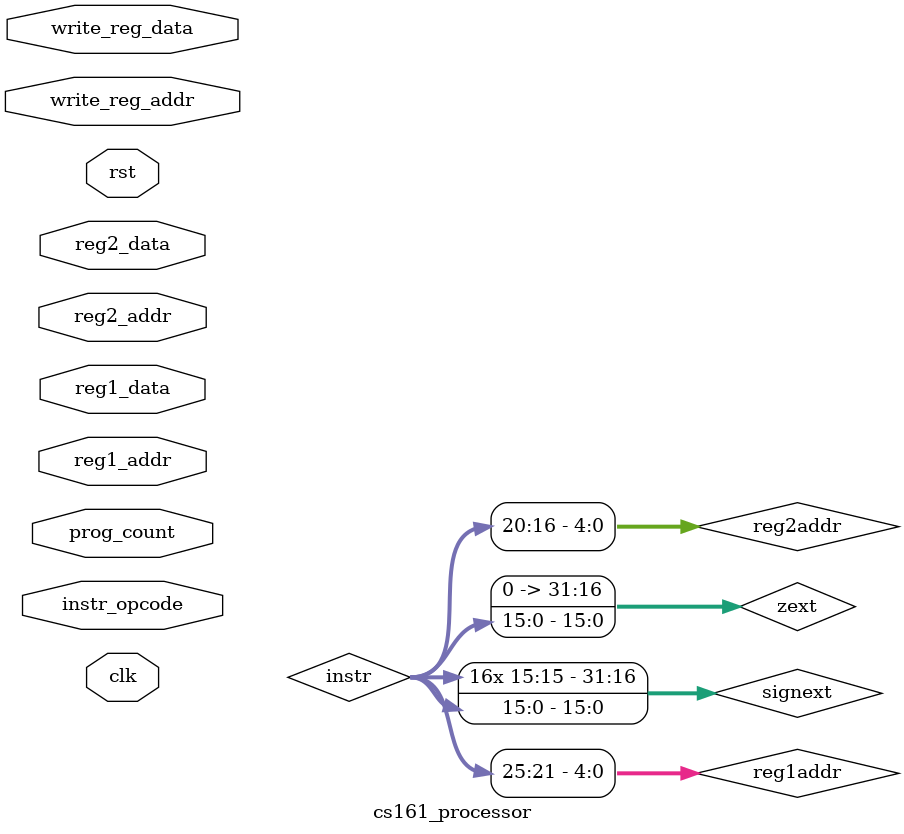
<source format=v>

`timescale 1ns / 1ps

module cs161_processor(
    clk ,
    rst ,   
	 // Debug signals 
    prog_count     , 
    instr_opcode   ,
    reg1_addr      ,
    reg1_data      ,
    reg2_addr      ,
    reg2_data      ,
    write_reg_addr ,
    write_reg_data  
    );

input wire clk ;
input wire rst ;
    
// Debug Signals

input wire[31:0] prog_count     ; 
input wire[5:0]  instr_opcode   ;
input wire[4:0]  reg1_addr      ;
input wire[31:0] reg1_data      ;
input wire[4:0]  reg2_addr      ;
input wire[31:0] reg2_data      ;
input wire[4:0]  write_reg_addr ;
input wire[31:0] write_reg_data ;

// Insert your solution below here.
wire[31:0] pc2, signext, zext, reg1data, reg2data, regwritedata, instr, immed, pc4, alu_result, mem_data, read1;
wire[4:0] reg1addr, reg2addr, regwriteaddr;
wire reg_dst, mem_to_reg, mem_read, mem_write, alu_src, branch, zero, reg_write;
wire [1:0] alu_op; 
reg [5:0] instruction_5_0; 
 
wire [3:0] alu_out;

//instruc_op = in
assign pc2 = prog_count + 32'd4;
/*always @(*) begin
end*/
assign reg1addr = instr[25:21];
assign reg2addr = instr[20:16];

assign signext = {{16{instr[15]}}, instr[15:0]};
assign zext = {{16{1'b0}}, instr[15:0]};

cs161_datapath Dapath(
	clk ,     
    rst ,     
    instr_op ,
    funct   , 
    reg_dst , 
    branch  , 
    mem_read , 
    mem_to_reg ,
    alu_op    , 
    mem_write  ,
    alu_src  ,  
    reg_write  
);


gen_register gen(
	clk, 
	rst, 
	write_en,
	data_in, 
	data_out
);

cpu_registers Reg(
	 .clk(clk),	
    .rst (rst), 
    .reg_write (reg_write),
    .read_register_1 (reg1_addr),
    .read_register_2 (reg2_addr), 
    .write_register (write_reg_addr), 
    .write_data (write_reg_data),  
    .read_data_1 (reg1data),   
    .read_data_2 (reg2data) 
);

alu ALUM(
	.alu_control_in (alu_result), 
	.channel_a_in (reg1_data), 
	.channel_b_in (read1), 
	.zero_out (zero), 
	.alu_result_out (ALU_result) );

cpumemory CPUM(
	.clk (clk),
   .rst (rst) ,
   .instr_read_address (prog_count[8:1]),
   .instr_instruction (instr),
   .data_mem_write (mem_write),   
   .data_address (alu_result),    
   .data_write_data (reg2_data),    
   .data_read_data (mem_data) 
);

aluControlUnit ALUControl(
    .alu_op (alu_op), 
    .instruction_5_0 (instruction_5_0), 
    .alu_out (alu_out)	
);	

controlUnit ControlU(
    .instr_op (instr_opcode), 
    .reg_dst (reg_dst),   
    .branch (branch)  ,     
    .mem_read (mem_read),  
    .mem_to_reg (mem_to_reg),
    .alu_op (alu_op),        
    .mem_write (mem_write) , 
    .alu_src (alu_src),    
    .reg_write (reg_write)
);

mux_2_1 Amux(
	.select_in (mem_to_reg), 
	.datain1 (mem_data), 
	.datain2(alu_result), 
	.data_out(regwritedata) 
);

mux_2_1 Amux2(
	.select_in (alu_src), 
	.datain1 (signext), 
	.datain2(reg2_data), 
	.data_out(read1) 
);

/*always @(*) begin
	reg1_data = reg1data;
	reg2_data = reg2data;
	write_reg_data = regwritedata;
end*/
endmodule
</source>
